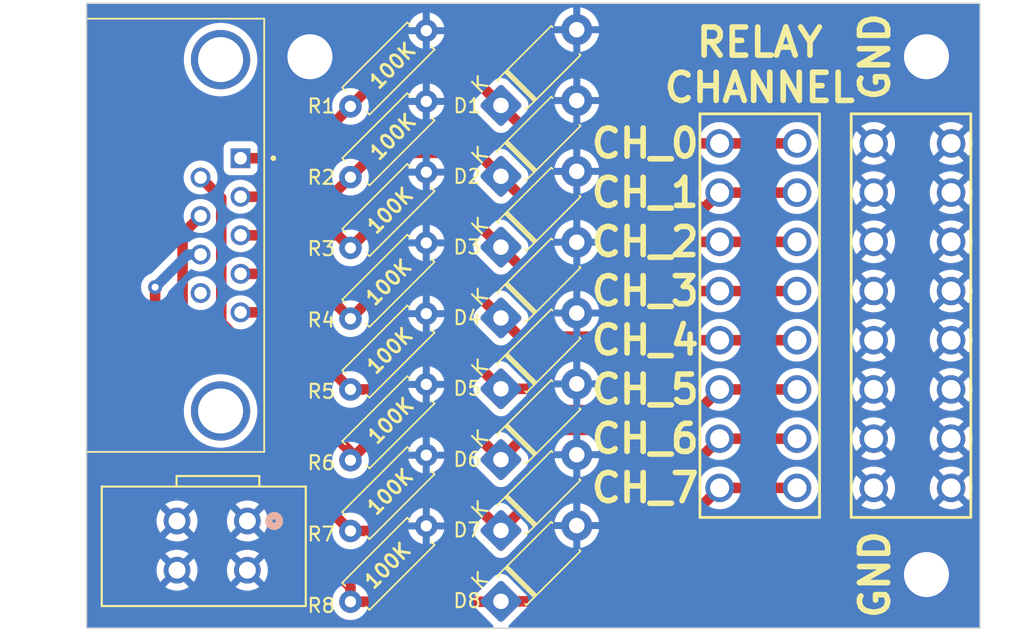
<source format=kicad_pcb>
(kicad_pcb (version 20241229) (generator "pcbnew") (generator_version "9.0")
  (layers (0 "F.Cu" signal) (2 "B.Cu" power) (13 "F.Paste" user) (15 "B.Paste" user) (5 "F.SilkS" user "F.Silkscreen") (7 "B.SilkS" user "B.Silkscreen") (1 "F.Mask" user) (3 "B.Mask" user) (25 "Edge.Cuts" user))
  (net 0 "")
  (net 2 "GND")
  (net 3 "CH_0b")
  (net 4 "CH_4b")
  (net 5 "CH_5b")
  (net 6 "CH_7b")
  (net 7 "CH_2b")
  (net 8 "CH_6b")
  (net 9 "CH_1b")
  (net 10 "CH_3b")
  (footprint "Diode_THT:D_DO-41_SOD81_P7.62mm_Horizontal" (layer "F.Cu") (at 54.85 47.790319 45)
    (property "Reference" "D4" (at -1.686224 -1.707888 180) (layer "F.SilkS"))
    (property "Value" "1N4004")
    (fp_line (start 1.089999 -1.47) (end 6.53 -1.47) (stroke (width 0.12)) (layer "F.SilkS"))
    (fp_line (start 1.089999 -1.34) (end 1.089999 -1.47) (stroke (width 0.12)) (layer "F.SilkS"))
    (fp_line (start 1.87 -1.47) (end 1.87 1.47) (stroke (width 0.12)) (layer "F.SilkS"))
    (fp_line (start 1.99 -1.469999) (end 1.99 1.469999) (stroke (width 0.12)) (layer "F.SilkS"))
    (fp_line (start 2.11 -1.47) (end 2.11 1.47) (stroke (width 0.12)) (layer "F.SilkS"))
    (fp_line (start 1.089999 1.34) (end 1.089999 1.47) (stroke (width 0.12)) (layer "F.SilkS"))
    (fp_line (start 1.089999 1.47) (end 6.53 1.47) (stroke (width 0.12)) (layer "F.SilkS"))
    (fp_line (start 6.53 -1.47) (end 6.53 -1.34) (stroke (width 0.12)) (layer "F.SilkS"))
    (fp_line (start 6.53 1.47) (end 6.53 1.34) (stroke (width 0.12)) (layer "F.SilkS"))
    (fp_text user "K" (at 0 -2.1 45) (layer "F.SilkS"))
    (pad "1" thru_hole roundrect (at 0 0 45) (size 2.2 2.2) (drill 1.1) (layers "*.Cu" "*.Mask") (roundrect_rratio 0.113636) (net 10 "CH_3b"))
    (pad "2" thru_hole circle (at 7.62 0 45) (size 2.2 2.2) (drill 1.1) (layers "*.Cu" "*.Mask") (net 2 "GND"))
  )
  (footprint "Diode_THT:D_DO-41_SOD81_P7.62mm_Horizontal" (layer "F.Cu") (at 54.85 32.675 45)
    (property "Reference" "D1" (at -1.714734 -1.679379 180) (layer "F.SilkS"))
    (property "Value" "1N4004")
    (fp_line (start 1.089999 -1.47) (end 6.53 -1.47) (stroke (width 0.12)) (layer "F.SilkS"))
    (fp_line (start 1.089999 -1.34) (end 1.089999 -1.47) (stroke (width 0.12)) (layer "F.SilkS"))
    (fp_line (start 1.87 -1.47) (end 1.87 1.47) (stroke (width 0.12)) (layer "F.SilkS"))
    (fp_line (start 1.99 -1.469999) (end 1.99 1.469999) (stroke (width 0.12)) (layer "F.SilkS"))
    (fp_line (start 2.11 -1.47) (end 2.11 1.47) (stroke (width 0.12)) (layer "F.SilkS"))
    (fp_line (start 1.089999 1.34) (end 1.089999 1.47) (stroke (width 0.12)) (layer "F.SilkS"))
    (fp_line (start 1.089999 1.47) (end 6.53 1.47) (stroke (width 0.12)) (layer "F.SilkS"))
    (fp_line (start 6.53 -1.47) (end 6.53 -1.34) (stroke (width 0.12)) (layer "F.SilkS"))
    (fp_line (start 6.53 1.47) (end 6.53 1.34) (stroke (width 0.12)) (layer "F.SilkS"))
    (fp_text user "K" (at 0 -2.1 45) (layer "F.SilkS"))
    (pad "1" thru_hole roundrect (at 0 0 45) (size 2.2 2.2) (drill 1.1) (layers "*.Cu" "*.Mask") (roundrect_rratio 0.113636) (net 3 "CH_0b"))
    (pad "2" thru_hole circle (at 7.62 0 45) (size 2.2 2.2) (drill 1.1) (layers "*.Cu" "*.Mask") (net 2 "GND"))
  )
  (footprint "2601_1102:CONN2_2601-1102_WAG" (layer "F.Cu") (at 36.83 62.23 -90)
    (property "Reference" "J2" (hide yes))
    (property "Value" "GND PINS")
    (fp_line (start -2.45 10.349999) (end 6.050001 10.349999) (stroke (width 0.1524)) (layer "F.SilkS"))
    (fp_line (start -2.45 10.349999) (end -2.45 -4.149999) (stroke (width 0.1524)) (layer "F.SilkS"))
    (fp_line (start -3.2 5.034001) (end -3.2 -0.849998) (stroke (width 0.1524)) (layer "F.SilkS"))
    (fp_line (start -2.449999 5.034001) (end -3.2 5.034001) (stroke (width 0.1524)) (layer "F.SilkS"))
    (fp_line (start -2.449999 -0.849998) (end -3.2 -0.849998) (stroke (width 0.1524)) (layer "F.SilkS"))
    (fp_line (start 6.05 -4.149998) (end 6.050001 10.349999) (stroke (width 0.1524)) (layer "F.SilkS"))
    (fp_line (start -2.45 -4.149999) (end 6.05 -4.149998) (stroke (width 0.1524)) (layer "F.SilkS"))
    (fp_circle (center 0 -1.9) (end 0.381 -1.9) (stroke (width 0.508)) (fill no) (layer "F.SilkS"))
    (fp_circle (center 0 -1.9) (end 0.381 -1.9) (stroke (width 0.508)) (fill no) (layer "B.SilkS"))
    (pad "1" thru_hole circle (at 0 0 270) (size 1.9 1.9) (drill 1.2) (layers "*.Cu" "*.Mask") (net 2 "GND"))
    (pad "2" thru_hole circle (at 0 5 270) (size 1.9 1.9) (drill 1.2) (layers "*.Cu" "*.Mask") (net 2 "GND"))
    (pad "3" thru_hole circle (at 3.5 0 270) (size 1.9 1.9) (drill 1.2) (layers "*.Cu" "*.Mask") (net 2 "GND"))
    (pad "4" thru_hole circle (at 3.5 5 270) (size 1.9 1.9) (drill 1.2) (layers "*.Cu" "*.Mask") (net 2 "GND"))
  )
  (footprint "MountingHole:MountingHole_3.2mm_M3_DIN965" (layer "F.Cu") (at 41.275 29.21)
    (property "Reference" "H1" (hide yes))
    (property "Value" "MountingHole_Pad")
    (pad "" np_thru_hole circle (at 0 0) (size 3.2 3.2) (drill 3.2) (layers "*.Cu" "*.Mask"))
  )
  (footprint "Diode_THT:D_DO-41_SOD81_P7.62mm_Horizontal" (layer "F.Cu") (at 54.85 42.751879 45)
    (property "Reference" "D3" (at -1.695728 -1.698385 180) (layer "F.SilkS"))
    (property "Value" "1N4004")
    (fp_line (start 1.089999 -1.47) (end 6.53 -1.47) (stroke (width 0.12)) (layer "F.SilkS"))
    (fp_line (start 1.089999 -1.34) (end 1.089999 -1.47) (stroke (width 0.12)) (layer "F.SilkS"))
    (fp_line (start 1.87 -1.47) (end 1.87 1.47) (stroke (width 0.12)) (layer "F.SilkS"))
    (fp_line (start 1.99 -1.469999) (end 1.99 1.469999) (stroke (width 0.12)) (layer "F.SilkS"))
    (fp_line (start 2.11 -1.47) (end 2.11 1.47) (stroke (width 0.12)) (layer "F.SilkS"))
    (fp_line (start 1.089999 1.34) (end 1.089999 1.47) (stroke (width 0.12)) (layer "F.SilkS"))
    (fp_line (start 1.089999 1.47) (end 6.53 1.47) (stroke (width 0.12)) (layer "F.SilkS"))
    (fp_line (start 6.53 -1.47) (end 6.53 -1.34) (stroke (width 0.12)) (layer "F.SilkS"))
    (fp_line (start 6.53 1.47) (end 6.53 1.34) (stroke (width 0.12)) (layer "F.SilkS"))
    (fp_text user "K" (at 0 -2.1 45) (layer "F.SilkS"))
    (pad "1" thru_hole roundrect (at 0 0 45) (size 2.2 2.2) (drill 1.1) (layers "*.Cu" "*.Mask") (roundrect_rratio 0.113636) (net 7 "CH_2b"))
    (pad "2" thru_hole circle (at 7.62 0 45) (size 2.2 2.2) (drill 1.1) (layers "*.Cu" "*.Mask") (net 2 "GND"))
  )
  (footprint "Diode_THT:D_DO-41_SOD81_P7.62mm_Horizontal" (layer "F.Cu") (at 54.85 52.828758 45)
    (property "Reference" "D5" (at -1.676721 -1.717391 180) (layer "F.SilkS"))
    (property "Value" "1N4004")
    (fp_line (start 1.089999 -1.47) (end 6.53 -1.47) (stroke (width 0.12)) (layer "F.SilkS"))
    (fp_line (start 1.089999 -1.34) (end 1.089999 -1.47) (stroke (width 0.12)) (layer "F.SilkS"))
    (fp_line (start 1.87 -1.47) (end 1.87 1.47) (stroke (width 0.12)) (layer "F.SilkS"))
    (fp_line (start 1.99 -1.469999) (end 1.99 1.469999) (stroke (width 0.12)) (layer "F.SilkS"))
    (fp_line (start 2.11 -1.47) (end 2.11 1.47) (stroke (width 0.12)) (layer "F.SilkS"))
    (fp_line (start 1.089999 1.34) (end 1.089999 1.47) (stroke (width 0.12)) (layer "F.SilkS"))
    (fp_line (start 1.089999 1.47) (end 6.53 1.47) (stroke (width 0.12)) (layer "F.SilkS"))
    (fp_line (start 6.53 -1.47) (end 6.53 -1.34) (stroke (width 0.12)) (layer "F.SilkS"))
    (fp_line (start 6.53 1.47) (end 6.53 1.34) (stroke (width 0.12)) (layer "F.SilkS"))
    (fp_text user "K" (at 0 -2.1 45) (layer "F.SilkS"))
    (pad "1" thru_hole roundrect (at 0 0 45) (size 2.2 2.2) (drill 1.1) (layers "*.Cu" "*.Mask") (roundrect_rratio 0.113636) (net 4 "CH_4b"))
    (pad "2" thru_hole circle (at 7.62 0 45) (size 2.2 2.2) (drill 1.1) (layers "*.Cu" "*.Mask") (net 2 "GND"))
  )
  (footprint "Resistor_THT:R_Axial_DIN0207_L6.3mm_D2.5mm_P7.62mm_Horizontal" (layer "F.Cu") (at 44.155923 67.969077 45)
    (property "Reference" "R8" (at -1.661701 -1.272792 180) (layer "F.SilkS"))
    (property "Value" "100K")
    (fp_line (start 0.54 -1.37) (end 7.08 -1.37) (stroke (width 0.12)) (layer "F.SilkS"))
    (fp_line (start 0.54 -1.04) (end 0.54 -1.37) (stroke (width 0.12)) (layer "F.SilkS"))
    (fp_line (start 0.54 1.04) (end 0.54 1.37) (stroke (width 0.12)) (layer "F.SilkS"))
    (fp_line (start 0.54 1.37) (end 7.08 1.37) (stroke (width 0.12)) (layer "F.SilkS"))
    (fp_line (start 7.08 -1.37) (end 7.08 -1.04) (stroke (width 0.12)) (layer "F.SilkS"))
    (fp_line (start 7.08 1.37) (end 7.08 1.04) (stroke (width 0.12)) (layer "F.SilkS"))
    (pad "1" thru_hole circle (at 0 0 45) (size 1.6 1.6) (drill 0.8) (layers "*.Cu" "*.Mask") (net 6 "CH_7b"))
    (pad "2" thru_hole circle (at 7.62 0 45) (size 1.6 1.6) (drill 0.8) (layers "*.Cu" "*.Mask") (net 2 "GND"))
  )
  (footprint "TBLH10V-350-08BK:RHDR16W80P550X350_2X8_2870X850X1420P" (layer "F.Cu") (at 72.39 47.625 -90)
    (property "Reference" "J3" (hide yes))
    (property "Value" "TBLH10V-350-08BK" (hide yes))
    (fp_line (start -14.35 3.4) (end 14.35 3.4) (stroke (width 0.2)) (layer "F.SilkS"))
    (fp_line (start 14.35 3.4) (end 14.35 -5.100001) (stroke (width 0.2)) (layer "F.SilkS"))
    (fp_line (start -14.35 -5.1) (end -14.35 3.4) (stroke (width 0.2)) (layer "F.SilkS"))
    (fp_line (start 14.35 -5.100001) (end -14.35 -5.1) (stroke (width 0.2)) (layer "F.SilkS"))
    (pad "1" thru_hole circle (at -12.250001 2 270) (size 2.025 2.025) (drill 1.35) (layers "*.Cu" "*.Mask") (net 3 "CH_0b"))
    (pad "2" thru_hole circle (at -12.25 -3.5 270) (size 2.025 2.025) (drill 1.35) (layers "*.Cu" "*.Mask") (net 3 "CH_0b"))
    (pad "3" thru_hole circle (at -8.75 2 270) (size 2.025 2.025) (drill 1.35) (layers "*.Cu" "*.Mask") (net 9 "CH_1b"))
    (pad "4" thru_hole circle (at -8.75 -3.5 270) (size 2.025 2.025) (drill 1.35) (layers "*.Cu" "*.Mask") (net 9 "CH_1b"))
    (pad "5" thru_hole circle (at -5.250001 2 270) (size 2.025 2.025) (drill 1.35) (layers "*.Cu" "*.Mask") (net 7 "CH_2b"))
    (pad "6" thru_hole circle (at -5.25 -3.5 270) (size 2.025 2.025) (drill 1.35) (layers "*.Cu" "*.Mask") (net 7 "CH_2b"))
    (pad "7" thru_hole circle (at -1.749999 2 270) (size 2.025 2.025) (drill 1.35) (layers "*.Cu" "*.Mask") (net 10 "CH_3b"))
    (pad "8" thru_hole circle (at -1.75 -3.5 270) (size 2.025 2.025) (drill 1.35) (layers "*.Cu" "*.Mask") (net 10 "CH_3b"))
    (pad "9" thru_hole circle (at 1.749999 2 270) (size 2.025 2.025) (drill 1.35) (layers "*.Cu" "*.Mask") (net 4 "CH_4b"))
    (pad "10" thru_hole circle (at 1.75 -3.5 270) (size 2.025 2.025) (drill 1.35) (layers "*.Cu" "*.Mask") (net 4 "CH_4b"))
    (pad "11" thru_hole circle (at 5.25 2 270) (size 2.025 2.025) (drill 1.35) (layers "*.Cu" "*.Mask") (net 5 "CH_5b"))
    (pad "12" thru_hole circle (at 5.25 -3.5 270) (size 2.025 2.025) (drill 1.35) (layers "*.Cu" "*.Mask") (net 5 "CH_5b"))
    (pad "13" thru_hole circle (at 8.749999 2 270) (size 2.025 2.025) (drill 1.35) (layers "*.Cu" "*.Mask") (net 8 "CH_6b"))
    (pad "14" thru_hole circle (at 8.75 -3.5 270) (size 2.025 2.025) (drill 1.35) (layers "*.Cu" "*.Mask") (net 8 "CH_6b"))
    (pad "15" thru_hole circle (at 12.250001 2 270) (size 2.025 2.025) (drill 1.35) (layers "*.Cu" "*.Mask") (net 6 "CH_7b"))
    (pad "16" thru_hole circle (at 12.25 -3.5 270) (size 2.025 2.025) (drill 1.35) (layers "*.Cu" "*.Mask") (net 6 "CH_7b"))
  )
  (footprint "LD09P33E4GV00LF:AMPHENOL_LD09P33E4GV00LF" (layer "F.Cu") (at 34.925 41.91 -90)
    (property "Reference" "J1" (hide yes))
    (property "Value" "LD09P33E4GV00LF")
    (fp_line (start -15.405 9.499999) (end -15.405 -3.1) (stroke (width 0.127)) (layer "F.SilkS"))
    (fp_line (start 15.405 9.499999) (end 15.405 -3.1) (stroke (width 0.127)) (layer "F.SilkS"))
    (fp_line (start -15.405 -3.1) (end 15.405 -3.1) (stroke (width 0.127)) (layer "F.SilkS"))
    (fp_circle (center -5.48 -3.75) (end -5.38 -3.75) (stroke (width 0.2)) (fill no) (layer "F.SilkS"))
    (pad "1" thru_hole rect (at -5.48 -1.42 270) (size 1.408 1.408) (drill 0.9) (layers "*.Cu" "*.Mask") (net 3 "CH_0b"))
    (pad "2" thru_hole circle (at -2.74 -1.42 270) (size 1.408 1.408) (drill 0.9) (layers "*.Cu" "*.Mask") (net 9 "CH_1b"))
    (pad "3" thru_hole circle (at 0 -1.420001 270) (size 1.408 1.408) (drill 0.9) (layers "*.Cu" "*.Mask") (net 7 "CH_2b"))
    (pad "4" thru_hole circle (at 2.74 -1.42 270) (size 1.408 1.408) (drill 0.9) (layers "*.Cu" "*.Mask") (net 10 "CH_3b"))
    (pad "5" thru_hole circle (at 5.48 -1.42 270) (size 1.408 1.408) (drill 0.9) (layers "*.Cu" "*.Mask") (net 4 "CH_4b"))
    (pad "6" thru_hole circle (at -4.109999 1.42 270) (size 1.408 1.408) (drill 0.9) (layers "*.Cu" "*.Mask") (net 5 "CH_5b"))
    (pad "7" thru_hole circle (at -1.37 1.42 270) (size 1.408 1.408) (drill 0.9) (layers "*.Cu" "*.Mask") (net 8 "CH_6b"))
    (pad "8" thru_hole circle (at 1.37 1.42 270) (size 1.408 1.408) (drill 0.9) (layers "*.Cu" "*.Mask") (net 6 "CH_7b"))
    (pad "9" thru_hole circle (at 4.109999 1.42 270) (size 1.408 1.408) (drill 0.9) (layers "*.Cu" "*.Mask"))
    (pad "SH1" thru_hole circle (at -12.495 0 270) (size 4.216 4.216) (drill 3.2) (layers "*.Cu" "*.Mask"))
    (pad "SH2" thru_hole circle (at 12.495 0 270) (size 4.216 4.216) (drill 3.2) (layers "*.Cu" "*.Mask"))
  )
  (footprint "Resistor_THT:R_Axial_DIN0207_L6.3mm_D2.5mm_P7.62mm_Horizontal" (layer "F.Cu") (at 44.155923 62.936934 45)
    (property "Reference" "R7" (at -1.631396 -1.303097 180) (layer "F.SilkS"))
    (property "Value" "100K")
    (fp_line (start 0.54 -1.37) (end 7.08 -1.37) (stroke (width 0.12)) (layer "F.SilkS"))
    (fp_line (start 0.54 -1.04) (end 0.54 -1.37) (stroke (width 0.12)) (layer "F.SilkS"))
    (fp_line (start 0.54 1.04) (end 0.54 1.37) (stroke (width 0.12)) (layer "F.SilkS"))
    (fp_line (start 0.54 1.37) (end 7.08 1.37) (stroke (width 0.12)) (layer "F.SilkS"))
    (fp_line (start 7.08 -1.37) (end 7.08 -1.04) (stroke (width 0.12)) (layer "F.SilkS"))
    (fp_line (start 7.08 1.37) (end 7.08 1.04) (stroke (width 0.12)) (layer "F.SilkS"))
    (pad "1" thru_hole circle (at 0 0 45) (size 1.6 1.6) (drill 0.8) (layers "*.Cu" "*.Mask") (net 8 "CH_6b"))
    (pad "2" thru_hole circle (at 7.62 0 45) (size 1.6 1.6) (drill 0.8) (layers "*.Cu" "*.Mask") (net 2 "GND"))
  )
  (footprint "Resistor_THT:R_Axial_DIN0207_L6.3mm_D2.5mm_P7.62mm_Horizontal" (layer "F.Cu") (at 44.155923 37.77622 45)
    (property "Reference" "R2" (at -1.479873 -1.45462 180) (layer "F.SilkS"))
    (property "Value" "100K")
    (fp_line (start 0.54 -1.37) (end 7.08 -1.37) (stroke (width 0.12)) (layer "F.SilkS"))
    (fp_line (start 0.54 -1.04) (end 0.54 -1.37) (stroke (width 0.12)) (layer "F.SilkS"))
    (fp_line (start 0.54 1.04) (end 0.54 1.37) (stroke (width 0.12)) (layer "F.SilkS"))
    (fp_line (start 0.54 1.37) (end 7.08 1.37) (stroke (width 0.12)) (layer "F.SilkS"))
    (fp_line (start 7.08 -1.37) (end 7.08 -1.04) (stroke (width 0.12)) (layer "F.SilkS"))
    (fp_line (start 7.08 1.37) (end 7.08 1.04) (stroke (width 0.12)) (layer "F.SilkS"))
    (pad "1" thru_hole circle (at 0 0 45) (size 1.6 1.6) (drill 0.8) (layers "*.Cu" "*.Mask") (net 9 "CH_1b"))
    (pad "2" thru_hole circle (at 7.62 0 45) (size 1.6 1.6) (drill 0.8) (layers "*.Cu" "*.Mask") (net 2 "GND"))
  )
  (footprint "Resistor_THT:R_Axial_DIN0207_L6.3mm_D2.5mm_P7.62mm_Horizontal" (layer "F.Cu") (at 44.155923 47.840506 45)
    (property "Reference" "R4" (at -1.540482 -1.394011 180) (layer "F.SilkS"))
    (property "Value" "100K")
    (fp_line (start 0.54 -1.37) (end 7.08 -1.37) (stroke (width 0.12)) (layer "F.SilkS"))
    (fp_line (start 0.54 -1.04) (end 0.54 -1.37) (stroke (width 0.12)) (layer "F.SilkS"))
    (fp_line (start 0.54 1.04) (end 0.54 1.37) (stroke (width 0.12)) (layer "F.SilkS"))
    (fp_line (start 0.54 1.37) (end 7.08 1.37) (stroke (width 0.12)) (layer "F.SilkS"))
    (fp_line (start 7.08 -1.37) (end 7.08 -1.04) (stroke (width 0.12)) (layer "F.SilkS"))
    (fp_line (start 7.08 1.37) (end 7.08 1.04) (stroke (width 0.12)) (layer "F.SilkS"))
    (pad "1" thru_hole circle (at 0 0 45) (size 1.6 1.6) (drill 0.8) (layers "*.Cu" "*.Mask") (net 10 "CH_3b"))
    (pad "2" thru_hole circle (at 7.62 0 45) (size 1.6 1.6) (drill 0.8) (layers "*.Cu" "*.Mask") (net 2 "GND"))
  )
  (footprint "Resistor_THT:R_Axial_DIN0207_L6.3mm_D2.5mm_P7.62mm_Horizontal" (layer "F.Cu") (at 44.155923 52.872648 45)
    (property "Reference" "R5" (at -1.570788 -1.363706 180) (layer "F.SilkS"))
    (property "Value" "100K")
    (fp_line (start 0.54 -1.37) (end 7.08 -1.37) (stroke (width 0.12)) (layer "F.SilkS"))
    (fp_line (start 0.54 -1.04) (end 0.54 -1.37) (stroke (width 0.12)) (layer "F.SilkS"))
    (fp_line (start 0.54 1.04) (end 0.54 1.37) (stroke (width 0.12)) (layer "F.SilkS"))
    (fp_line (start 0.54 1.37) (end 7.08 1.37) (stroke (width 0.12)) (layer "F.SilkS"))
    (fp_line (start 7.08 -1.37) (end 7.08 -1.04) (stroke (width 0.12)) (layer "F.SilkS"))
    (fp_line (start 7.08 1.37) (end 7.08 1.04) (stroke (width 0.12)) (layer "F.SilkS"))
    (pad "1" thru_hole circle (at 0 0 45) (size 1.6 1.6) (drill 0.8) (layers "*.Cu" "*.Mask") (net 4 "CH_4b"))
    (pad "2" thru_hole circle (at 7.62 0 45) (size 1.6 1.6) (drill 0.8) (layers "*.Cu" "*.Mask") (net 2 "GND"))
  )
  (footprint "MountingHole:MountingHole_3.2mm_M3_DIN965" (layer "F.Cu") (at 85.09 29.21)
    (property "Reference" "H2" (hide yes))
    (property "Value" "MountingHole_Pad")
    (pad "" np_thru_hole circle (at 0 0) (size 3.2 3.2) (drill 3.2) (layers "*.Cu" "*.Mask"))
  )
  (footprint "Diode_THT:D_DO-41_SOD81_P7.62mm_Horizontal" (layer "F.Cu") (at 54.85 37.71344 45)
    (property "Reference" "D2" (at -1.70523 -1.688882 180) (layer "F.SilkS"))
    (property "Value" "1N4004")
    (fp_line (start 1.089999 -1.47) (end 6.53 -1.47) (stroke (width 0.12)) (layer "F.SilkS"))
    (fp_line (start 1.089999 -1.34) (end 1.089999 -1.47) (stroke (width 0.12)) (layer "F.SilkS"))
    (fp_line (start 1.87 -1.47) (end 1.87 1.47) (stroke (width 0.12)) (layer "F.SilkS"))
    (fp_line (start 1.99 -1.469999) (end 1.99 1.469999) (stroke (width 0.12)) (layer "F.SilkS"))
    (fp_line (start 2.11 -1.47) (end 2.11 1.47) (stroke (width 0.12)) (layer "F.SilkS"))
    (fp_line (start 1.089999 1.34) (end 1.089999 1.47) (stroke (width 0.12)) (layer "F.SilkS"))
    (fp_line (start 1.089999 1.47) (end 6.53 1.47) (stroke (width 0.12)) (layer "F.SilkS"))
    (fp_line (start 6.53 -1.47) (end 6.53 -1.34) (stroke (width 0.12)) (layer "F.SilkS"))
    (fp_line (start 6.53 1.47) (end 6.53 1.34) (stroke (width 0.12)) (layer "F.SilkS"))
    (fp_text user "K" (at 0 -2.1 45) (layer "F.SilkS"))
    (pad "1" thru_hole roundrect (at 0 0 45) (size 2.2 2.2) (drill 1.1) (layers "*.Cu" "*.Mask") (roundrect_rratio 0.113636) (net 9 "CH_1b"))
    (pad "2" thru_hole circle (at 7.62 0 45) (size 2.2 2.2) (drill 1.1) (layers "*.Cu" "*.Mask") (net 2 "GND"))
  )
  (footprint "Resistor_THT:R_Axial_DIN0207_L6.3mm_D2.5mm_P7.62mm_Horizontal" (layer "F.Cu") (at 44.155923 32.744077 45)
    (property "Reference" "R1" (at -1.449569 -1.484924 180) (layer "F.SilkS"))
    (property "Value" "100K")
    (fp_line (start 0.54 -1.37) (end 7.08 -1.37) (stroke (width 0.12)) (layer "F.SilkS"))
    (fp_line (start 0.54 -1.04) (end 0.54 -1.37) (stroke (width 0.12)) (layer "F.SilkS"))
    (fp_line (start 0.54 1.04) (end 0.54 1.37) (stroke (width 0.12)) (layer "F.SilkS"))
    (fp_line (start 0.54 1.37) (end 7.08 1.37) (stroke (width 0.12)) (layer "F.SilkS"))
    (fp_line (start 7.08 -1.37) (end 7.08 -1.04) (stroke (width 0.12)) (layer "F.SilkS"))
    (fp_line (start 7.08 1.37) (end 7.08 1.04) (stroke (width 0.12)) (layer "F.SilkS"))
    (pad "1" thru_hole circle (at 0 0 45) (size 1.6 1.6) (drill 0.8) (layers "*.Cu" "*.Mask") (net 3 "CH_0b"))
    (pad "2" thru_hole circle (at 7.62 0 45) (size 1.6 1.6) (drill 0.8) (layers "*.Cu" "*.Mask") (net 2 "GND"))
  )
  (footprint "Resistor_THT:R_Axial_DIN0207_L6.3mm_D2.5mm_P7.62mm_Horizontal" (layer "F.Cu") (at 44.155923 57.904791 45)
    (property "Reference" "R6" (at -1.601092 -1.333401 180) (layer "F.SilkS"))
    (property "Value" "100K")
    (fp_line (start 0.54 -1.37) (end 7.08 -1.37) (stroke (width 0.12)) (layer "F.SilkS"))
    (fp_line (start 0.54 -1.04) (end 0.54 -1.37) (stroke (width 0.12)) (layer "F.SilkS"))
    (fp_line (start 0.54 1.04) (end 0.54 1.37) (stroke (width 0.12)) (layer "F.SilkS"))
    (fp_line (start 0.54 1.37) (end 7.08 1.37) (stroke (width 0.12)) (layer "F.SilkS"))
    (fp_line (start 7.08 -1.37) (end 7.08 -1.04) (stroke (width 0.12)) (layer "F.SilkS"))
    (fp_line (start 7.08 1.37) (end 7.08 1.04) (stroke (width 0.12)) (layer "F.SilkS"))
    (pad "1" thru_hole circle (at 0 0 45) (size 1.6 1.6) (drill 0.8) (layers "*.Cu" "*.Mask") (net 5 "CH_5b"))
    (pad "2" thru_hole circle (at 7.62 0 45) (size 1.6 1.6) (drill 0.8) (layers "*.Cu" "*.Mask") (net 2 "GND"))
  )
  (footprint "TBLH10V-350-08BK:RHDR16W80P550X350_2X8_2870X850X1420P" (layer "F.Cu") (at 85.09 47.625 90)
    (property "Reference" "J4" (hide yes))
    (property "Value" "TBLH10V-350-08BK" (hide yes))
    (fp_line (start 14.35 -5.350001) (end -14.35 -5.35) (stroke (width 0.2)) (layer "F.SilkS"))
    (fp_line (start -14.35 -5.35) (end -14.35 3.15) (stroke (width 0.2)) (layer "F.SilkS"))
    (fp_line (start 14.35 3.15) (end 14.35 -5.350001) (stroke (width 0.2)) (layer "F.SilkS"))
    (fp_line (start -14.35 3.15) (end 14.35 3.15) (stroke (width 0.2)) (layer "F.SilkS"))
    (pad "1" thru_hole circle (at -12.25 1.75 90) (size 2.025 2.025) (drill 1.35) (layers "*.Cu" "*.Mask") (net 2 "GND"))
    (pad "2" thru_hole circle (at -12.25 -3.75 90) (size 2.025 2.025) (drill 1.35) (layers "*.Cu" "*.Mask") (net 2 "GND"))
    (pad "3" thru_hole circle (at -8.75 1.75 90) (size 2.025 2.025) (drill 1.35) (layers "*.Cu" "*.Mask") (net 2 "GND"))
    (pad "4" thru_hole circle (at -8.75 -3.75 90) (size 2.025 2.025) (drill 1.35) (layers "*.Cu" "*.Mask") (net 2 "GND"))
    (pad "5" thru_hole circle (at -5.250001 1.75 90) (size 2.025 2.025) (drill 1.35) (layers "*.Cu" "*.Mask") (net 2 "GND"))
    (pad "6" thru_hole circle (at -5.25 -3.75 90) (size 2.025 2.025) (drill 1.35) (layers "*.Cu" "*.Mask") (net 2 "GND"))
    (pad "7" thru_hole circle (at -1.75 1.75 90) (size 2.025 2.025) (drill 1.35) (layers "*.Cu" "*.Mask") (net 2 "GND"))
    (pad "8" thru_hole circle (at -1.75 -3.75 90) (size 2.025 2.025) (drill 1.35) (layers "*.Cu" "*.Mask") (net 2 "GND"))
    (pad "9" thru_hole circle (at 1.75 1.75 90) (size 2.025 2.025) (drill 1.35) (layers "*.Cu" "*.Mask") (net 2 "GND"))
    (pad "10" thru_hole circle (at 1.75 -3.75 90) (size 2.025 2.025) (drill 1.35) (layers "*.Cu" "*.Mask") (net 2 "GND"))
    (pad "11" thru_hole circle (at 5.25 1.75 90) (size 2.025 2.025) (drill 1.35) (layers "*.Cu" "*.Mask") (net 2 "GND"))
    (pad "12" thru_hole circle (at 5.25 -3.75 90) (size 2.025 2.025) (drill 1.35) (layers "*.Cu" "*.Mask") (net 2 "GND"))
    (pad "13" thru_hole circle (at 8.749999 1.75 90) (size 2.025 2.025) (drill 1.35) (layers "*.Cu" "*.Mask") (net 2 "GND"))
    (pad "14" thru_hole circle (at 8.75 -3.75 90) (size 2.025 2.025) (drill 1.35) (layers "*.Cu" "*.Mask") (net 2 "GND"))
    (pad "15" thru_hole circle (at 12.25 1.75 90) (size 2.025 2.025) (drill 1.35) (layers "*.Cu" "*.Mask") (net 2 "GND"))
    (pad "16" thru_hole circle (at 12.25 -3.75 90) (size 2.025 2.025) (drill 1.35) (layers "*.Cu" "*.Mask") (net 2 "GND"))
  )
  (footprint "MountingHole:MountingHole_3.2mm_M3_DIN965" (layer "F.Cu") (at 85.09 66.04)
    (property "Reference" "H3" (hide yes))
    (property "Value" "MountingHole_Pad")
    (pad "" np_thru_hole circle (at 0 0) (size 3.2 3.2) (drill 3.2) (layers "*.Cu" "*.Mask"))
  )
  (footprint "Diode_THT:D_DO-41_SOD81_P7.62mm_Horizontal" (layer "F.Cu") (at 54.85 57.867198 45)
    (property "Reference" "D6" (at -1.684895 -1.709217 180) (layer "F.SilkS"))
    (property "Value" "1N4004")
    (fp_line (start 1.089999 -1.47) (end 6.53 -1.47) (stroke (width 0.12)) (layer "F.SilkS"))
    (fp_line (start 1.089999 -1.34) (end 1.089999 -1.47) (stroke (width 0.12)) (layer "F.SilkS"))
    (fp_line (start 1.87 -1.47) (end 1.87 1.47) (stroke (width 0.12)) (layer "F.SilkS"))
    (fp_line (start 1.99 -1.469999) (end 1.99 1.469999) (stroke (width 0.12)) (layer "F.SilkS"))
    (fp_line (start 2.11 -1.47) (end 2.11 1.47) (stroke (width 0.12)) (layer "F.SilkS"))
    (fp_line (start 1.089999 1.34) (end 1.089999 1.47) (stroke (width 0.12)) (layer "F.SilkS"))
    (fp_line (start 1.089999 1.47) (end 6.53 1.47) (stroke (width 0.12)) (layer "F.SilkS"))
    (fp_line (start 6.53 -1.47) (end 6.53 -1.34) (stroke (width 0.12)) (layer "F.SilkS"))
    (fp_line (start 6.53 1.47) (end 6.53 1.34) (stroke (width 0.12)) (layer "F.SilkS"))
    (fp_text user "K" (at 0 -2.1 45) (layer "F.SilkS"))
    (pad "1" thru_hole roundrect (at 0 0 45) (size 2.2 2.2) (drill 1.1) (layers "*.Cu" "*.Mask") (roundrect_rratio 0.113636) (net 5 "CH_5b"))
    (pad "2" thru_hole circle (at 7.62 0 45) (size 2.2 2.2) (drill 1.1) (layers "*.Cu" "*.Mask") (net 2 "GND"))
  )
  (footprint "Diode_THT:D_DO-41_SOD81_P7.62mm_Horizontal" (layer "F.Cu") (at 54.85 62.905637 45)
    (property "Reference" "D7" (at -1.675393 -1.71872 180) (layer "F.SilkS"))
    (property "Value" "1N4004")
    (fp_line (start 1.089999 -1.47) (end 6.53 -1.47) (stroke (width 0.12)) (layer "F.SilkS"))
    (fp_line (start 1.089999 -1.34) (end 1.089999 -1.47) (stroke (width 0.12)) (layer "F.SilkS"))
    (fp_line (start 1.87 -1.47) (end 1.87 1.47) (stroke (width 0.12)) (layer "F.SilkS"))
    (fp_line (start 1.99 -1.469999) (end 1.99 1.469999) (stroke (width 0.12)) (layer "F.SilkS"))
    (fp_line (start 2.11 -1.47) (end 2.11 1.47) (stroke (width 0.12)) (layer "F.SilkS"))
    (fp_line (start 1.089999 1.34) (end 1.089999 1.47) (stroke (width 0.12)) (layer "F.SilkS"))
    (fp_line (start 1.089999 1.47) (end 6.53 1.47) (stroke (width 0.12)) (layer "F.SilkS"))
    (fp_line (start 6.53 -1.47) (end 6.53 -1.34) (stroke (width 0.12)) (layer "F.SilkS"))
    (fp_line (start 6.53 1.47) (end 6.53 1.34) (stroke (width 0.12)) (layer "F.SilkS"))
    (fp_text user "K" (at 0 -2.1 45) (layer "F.SilkS"))
    (pad "1" thru_hole roundrect (at 0 0 45) (size 2.2 2.2) (drill 1.1) (layers "*.Cu" "*.Mask") (roundrect_rratio 0.113636) (net 8 "CH_6b"))
    (pad "2" thru_hole circle (at 7.62 0 45) (size 2.2 2.2) (drill 1.1) (layers "*.Cu" "*.Mask") (net 2 "GND"))
  )
  (footprint "Resistor_THT:R_Axial_DIN0207_L6.3mm_D2.5mm_P7.62mm_Horizontal" (layer "F.Cu") (at 44.155923 42.808363 45)
    (property "Reference" "R3" (at -1.510178 -1.424315 180) (layer "F.SilkS"))
    (property "Value" "100K")
    (fp_line (start 0.54 -1.37) (end 7.08 -1.37) (stroke (width 0.12)) (layer "F.SilkS"))
    (fp_line (start 0.54 -1.04) (end 0.54 -1.37) (stroke (width 0.12)) (layer "F.SilkS"))
    (fp_line (start 0.54 1.04) (end 0.54 1.37) (stroke (width 0.12)) (layer "F.SilkS"))
    (fp_line (start 0.54 1.37) (end 7.08 1.37) (stroke (width 0.12)) (layer "F.SilkS"))
    (fp_line (start 7.08 -1.37) (end 7.08 -1.04) (stroke (width 0.12)) (layer "F.SilkS"))
    (fp_line (start 7.08 1.37) (end 7.08 1.04) (stroke (width 0.12)) (layer "F.SilkS"))
    (pad "1" thru_hole circle (at 0 0 45) (size 1.6 1.6) (drill 0.8) (layers "*.Cu" "*.Mask") (net 7 "CH_2b"))
    (pad "2" thru_hole circle (at 7.62 0 45) (size 1.6 1.6) (drill 0.8) (layers "*.Cu" "*.Mask") (net 2 "GND"))
  )
  (footprint "Diode_THT:D_DO-41_SOD81_P7.62mm_Horizontal" (layer "F.Cu") (at 54.85 67.944077 45)
    (property "Reference" "D8" (at -1.665889 -1.728223 0) (layer "F.SilkS"))
    (property "Value" "1N4004")
    (fp_line (start 1.089999 -1.47) (end 6.53 -1.47) (stroke (width 0.12)) (layer "F.SilkS"))
    (fp_line (start 1.089999 -1.34) (end 1.089999 -1.47) (stroke (width 0.12)) (layer "F.SilkS"))
    (fp_line (start 1.87 -1.47) (end 1.87 1.47) (stroke (width 0.12)) (layer "F.SilkS"))
    (fp_line (start 1.99 -1.469999) (end 1.99 1.469999) (stroke (width 0.12)) (layer "F.SilkS"))
    (fp_line (start 2.11 -1.47) (end 2.11 1.47) (stroke (width 0.12)) (layer "F.SilkS"))
    (fp_line (start 1.089999 1.34) (end 1.089999 1.47) (stroke (width 0.12)) (layer "F.SilkS"))
    (fp_line (start 1.089999 1.47) (end 6.53 1.47) (stroke (width 0.12)) (layer "F.SilkS"))
    (fp_line (start 6.53 -1.47) (end 6.53 -1.34) (stroke (width 0.12)) (layer "F.SilkS"))
    (fp_line (start 6.53 1.47) (end 6.53 1.34) (stroke (width 0.12)) (layer "F.SilkS"))
    (fp_text user "K" (at 0 -2.1 45) (layer "F.SilkS"))
    (pad "1" thru_hole roundrect (at 0 0 45) (size 2.2 2.2) (drill 1.1) (layers "*.Cu" "*.Mask") (roundrect_rratio 0.113636) (net 6 "CH_7b"))
    (pad "2" thru_hole circle (at 7.62 0 45) (size 2.2 2.2) (drill 1.1) (layers "*.Cu" "*.Mask") (net 2 "GND"))
  )
  (gr_rect (start 25.4 25.4) (end 88.9 69.85) (stroke (width 0.1)) (fill no) (layer "Edge.Cuts"))
  (gr_text "100K" (at 45.975 56.975 45) (layer "F.SilkS") (effects (font (size 1 1) (thickness 0.2) (bold yes)) (justify left bottom)))
  (gr_text "CH_1" (at 65.1 38.874999 0) (layer "F.SilkS") (effects (font (size 2 2) (thickness 0.4) (bold yes))))
  (gr_text "CH_5" (at 65.1 52.875 0) (layer "F.SilkS") (effects (font (size 2 2) (thickness 0.4) (bold yes))))
  (gr_text "100K" (at 45.9 52 45) (layer "F.SilkS") (effects (font (size 1 1) (thickness 0.2) (bold yes)) (justify left bottom)))
  (gr_text "RELAY\nCHANNEL" (at 73.24 29.8 0) (layer "F.SilkS") (effects (font (size 2 2) (thickness 0.4) (bold yes))))
  (gr_text "100K" (at 45.825 47.125 45) (layer "F.SilkS") (effects (font (size 1 1) (thickness 0.2) (bold yes)) (justify left bottom)))
  (gr_text "CH_2" (at 65.1 42.375 0) (layer "F.SilkS") (effects (font (size 2 2) (thickness 0.4) (bold yes))))
  (gr_text "100K" (at 45.925 42.025 45) (layer "F.SilkS") (effects (font (size 1 1) (thickness 0.2) (bold yes)) (justify left bottom)))
  (gr_text "CH_3" (at 65.1 45.875 0) (layer "F.SilkS") (effects (font (size 2 2) (thickness 0.4) (bold yes))))
  (gr_text "100K" (at 46.125 36.775 45) (layer "F.SilkS") (effects (font (size 1 1) (thickness 0.2) (bold yes)) (justify left bottom)))
  (gr_text "100K" (at 45.75 67.275 45) (layer "F.SilkS") (effects (font (size 1 1) (thickness 0.2) (bold yes)) (justify left bottom)))
  (gr_text "CH_0" (at 65.1 35.374999 0) (layer "F.SilkS") (effects (font (size 2 2) (thickness 0.4) (bold yes))))
  (gr_text "GND" (at 81.425 66.04 90) (layer "F.SilkS") (effects (font (size 2 2) (thickness 0.4) (bold yes))))
  (gr_text "CH_7" (at 65.1 59.875001 0) (layer "F.SilkS") (effects (font (size 2 2) (thickness 0.4) (bold yes))))
  (gr_text "CH_4" (at 65.1 49.375 0) (layer "F.SilkS") (effects (font (size 2 2) (thickness 0.4) (bold yes))))
  (gr_text "100K" (at 46.1 31.725 45) (layer "F.SilkS") (effects (font (size 1 1) (thickness 0.2) (bold yes)) (justify left bottom)))
  (gr_text "100K" (at 45.925 62.025 45) (layer "F.SilkS") (effects (font (size 1 1) (thickness 0.2) (bold yes)) (justify left bottom)))
  (gr_text "CH_6" (at 65.1 56.375001 0) (layer "F.SilkS") (effects (font (size 2 2) (thickness 0.4) (bold yes))))
  (gr_text "GND" (at 81.425 29.21 90) (layer "F.SilkS") (effects (font (size 2 2) (thickness 0.4) (bold yes))))
  (segment (start 57.549999 35.374999) (end 70.39 35.374999) (width 0.75) (layer "F.Cu") (net 3))
  (segment (start 54.85 32.675) (end 57.549999 35.374999) (width 0.75) (layer "F.Cu") (net 3))
  (segment (start 52.025 29.85) (end 54.85 32.675) (width 0.75) (layer "F.Cu") (net 3))
  (segment (start 36.345 36.43) (end 40.47 36.43) (width 0.75) (layer "F.Cu") (net 3))
  (segment (start 40.47 36.43) (end 44.155923 32.744077) (width 0.75) (layer "F.Cu") (net 3))
  (segment (start 44.155923 32.744077) (end 47.05 29.85) (width 0.75) (layer "F.Cu") (net 3))
  (segment (start 70.39 35.374999) (end 75.89 35.375) (width 0.75) (layer "F.Cu") (net 3))
  (segment (start 47.05 29.85) (end 52.025 29.85) (width 0.75) (layer "F.Cu") (net 3))
  (segment (start 56.928758 52.828758) (end 58.45 54.35) (width 0.75) (layer "F.Cu") (net 4))
  (segment (start 66.500001 49.374999) (end 70.39 49.374999) (width 0.75) (layer "F.Cu") (net 4))
  (segment (start 48.15 50.525) (end 52.546242 50.525) (width 0.75) (layer "F.Cu") (net 4))
  (segment (start 58.45 54.35) (end 61.525 54.35) (width 0.75) (layer "F.Cu") (net 4))
  (segment (start 45.802352 52.872648) (end 48.15 50.525) (width 0.75) (layer "F.Cu") (net 4))
  (segment (start 36.345 47.39) (end 38.673275 47.39) (width 0.75) (layer "F.Cu") (net 4))
  (segment (start 44.155923 52.872648) (end 45.802352 52.872648) (width 0.75) (layer "F.Cu") (net 4))
  (segment (start 38.673275 47.39) (end 44.155923 52.872648) (width 0.75) (layer "F.Cu") (net 4))
  (segment (start 54.85 52.828758) (end 56.928758 52.828758) (width 0.75) (layer "F.Cu") (net 4))
  (segment (start 52.546242 50.525) (end 54.85 52.828758) (width 0.75) (layer "F.Cu") (net 4))
  (segment (start 61.525 54.35) (end 66.500001 49.374999) (width 0.75) (layer "F.Cu") (net 4))
  (segment (start 70.39 49.374999) (end 75.89 49.375) (width 0.75) (layer "F.Cu") (net 4))
  (segment (start 44.155923 57.305923) (end 44.155923 57.904791) (width 0.75) (layer "F.Cu") (net 5))
  (segment (start 34.975 39.270001) (end 34.975 48.125) (width 0.75) (layer "F.Cu") (net 5))
  (segment (start 54.85 57.867198) (end 56.967198 55.75) (width 0.75) (layer "F.Cu") (net 5))
  (segment (start 46.610714 55.45) (end 52.432802 55.45) (width 0.75) (layer "F.Cu") (net 5))
  (segment (start 67.515 55.75) (end 70.39 52.875) (width 0.75) (layer "F.Cu") (net 5))
  (segment (start 33.505 37.800001) (end 34.975 39.270001) (width 0.75) (layer "F.Cu") (net 5))
  (segment (start 44.155923 57.904791) (end 46.610714 55.45) (width 0.75) (layer "F.Cu") (net 5))
  (segment (start 52.432802 55.45) (end 54.85 57.867198) (width 0.75) (layer "F.Cu") (net 5))
  (segment (start 75.89 52.875) (end 70.39 52.875) (width 0.75) (layer "F.Cu") (net 5))
  (segment (start 56.967198 55.75) (end 67.515 55.75) (width 0.75) (layer "F.Cu") (net 5))
  (segment (start 34.975 48.125) (end 44.155923 57.305923) (width 0.75) (layer "F.Cu") (net 5))
  (segment (start 54.85 67.944077) (end 62.320924 67.944077) (width 0.75) (layer "F.Cu") (net 6))
  (segment (start 70.39 59.875001) (end 75.89 59.875) (width 0.75) (layer "F.Cu") (net 6))
  (segment (start 36.175 58.95) (end 44.155923 66.930923) (width 0.75) (layer "F.Cu") (net 6))
  (segment (start 44.155923 66.930923) (end 44.155923 67.969077) (width 0.75) (layer "F.Cu") (net 6))
  (segment (start 34.35 58.95) (end 36.175 58.95) (width 0.75) (layer "F.Cu") (net 6))
  (segment (start 54.825 67.969077) (end 54.85 67.944077) (width 0.75) (layer "F.Cu") (net 6))
  (segment (start 62.320924 67.944077) (end 70.39 59.875001) (width 0.75) (layer "F.Cu") (net 6))
  (segment (start 30.275 54.875) (end 34.35 58.95) (width 0.75) (layer "F.Cu") (net 6))
  (segment (start 44.155923 67.969077) (end 54.825 67.969077) (width 0.75) (layer "F.Cu") (net 6))
  (segment (start 30.275 45.6) (end 30.275 54.875) (width 0.75) (layer "F.Cu") (net 6))
  (via (at 30.275 45.6) (size 1) (drill 0.5) (layers "F.Cu" "B.Cu") (net 6))
  (segment (start 32.595 43.28) (end 30.275 45.6) (width 0.75) (layer "B.Cu") (net 6))
  (segment (start 33.505 43.28) (end 32.595 43.28) (width 0.75) (layer "B.Cu") (net 6))
  (segment (start 63 44.475) (end 65.100001 42.374999) (width 0.75) (layer "F.Cu") (net 7))
  (segment (start 43.25756 41.91) (end 44.155923 42.808363) (width 0.75) (layer "F.Cu") (net 7))
  (segment (start 70.39 42.374999) (end 75.89 42.375) (width 0.75) (layer "F.Cu") (net 7))
  (segment (start 56.573121 44.475) (end 63 44.475) (width 0.75) (layer "F.Cu") (net 7))
  (segment (start 65.100001 42.374999) (end 70.39 42.374999) (width 0.75) (layer "F.Cu") (net 7))
  (segment (start 54.85 42.751879) (end 56.573121 44.475) (width 0.75) (layer "F.Cu") (net 7))
  (segment (start 44.155923 42.808363) (end 46.814286 40.15) (width 0.75) (layer "F.Cu") (net 7))
  (segment (start 52.248121 40.15) (end 54.85 42.751879) (width 0.75) (layer "F.Cu") (net 7))
  (segment (start 36.345001 41.91) (end 43.25756 41.91) (width 0.75) (layer "F.Cu") (net 7))
  (segment (start 46.814286 40.15) (end 52.248121 40.15) (width 0.75) (layer "F.Cu") (net 7))
  (segment (start 32.225 47.45) (end 42.125 57.35) (width 0.75) (layer "F.Cu") (net 8))
  (segment (start 70.39 56.374999) (end 75.89 56.375) (width 0.75) (layer "F.Cu") (net 8))
  (segment (start 42.125 60.906011) (end 44.155923 62.936934) (width 0.75) (layer "F.Cu") (net 8))
  (segment (start 48.45 60.175) (end 52.119363 60.175) (width 0.75) (layer "F.Cu") (net 8))
  (segment (start 66.639999 60.125) (end 57.630637 60.125) (width 0.75) (layer "F.Cu") (net 8))
  (segment (start 42.125 57.35) (end 42.125 60.906011) (width 0.75) (layer "F.Cu") (net 8))
  (segment (start 44.155923 62.936934) (end 45.688066 62.936934) (width 0.75) (layer "F.Cu") (net 8))
  (segment (start 32.225 41.82) (end 32.225 47.45) (width 0.75) (layer "F.Cu") (net 8))
  (segment (start 33.505 40.54) (end 32.225 41.82) (width 0.75) (layer "F.Cu") (net 8))
  (segment (start 52.119363 60.175) (end 54.85 62.905637) (width 0.75) (layer "F.Cu") (net 8))
  (segment (start 70.39 56.374999) (end 66.639999 60.125) (width 0.75) (layer "F.Cu") (net 8))
  (segment (start 57.630637 60.125) (end 54.85 62.905637) (width 0.75) (layer "F.Cu") (net 8))
  (segment (start 45.688066 62.936934) (end 48.45 60.175) (width 0.75) (layer "F.Cu") (net 8))
  (segment (start 69.3775 39.8875) (end 70.39 38.875) (width 0.75) (layer "F.Cu") (net 9))
  (segment (start 75.89 38.875) (end 70.39 38.875) (width 0.75) (layer "F.Cu") (net 9))
  (segment (start 53.180769 36.044209) (end 54.85 37.71344) (width 0.75) (layer "F.Cu") (net 9))
  (segment (start 44.155923 37.77622) (end 45.887934 36.044209) (width 0.75) (layer "F.Cu") (net 9))
  (segment (start 45.887934 36.044209) (end 53.180769 36.044209) (width 0.75) (layer "F.Cu") (net 9))
  (segment (start 36.345 39.17) (end 42.762143 39.17) (width 0.75) (layer "F.Cu") (net 9))
  (segment (start 42.762143 39.17) (end 44.155923 37.77622) (width 0.75) (layer "F.Cu") (net 9))
  (segment (start 57.02406 39.8875) (end 69.3775 39.8875) (width 0.75) (layer "F.Cu") (net 9))
  (segment (start 54.85 37.71344) (end 57.02406 39.8875) (width 0.75) (layer "F.Cu") (net 9))
  (segment (start 52.259681 45.2) (end 54.85 47.790319) (width 0.75) (layer "F.Cu") (net 10))
  (segment (start 46.796429 45.2) (end 52.259681 45.2) (width 0.75) (layer "F.Cu") (net 10))
  (segment (start 44.155923 47.840506) (end 46.796429 45.2) (width 0.75) (layer "F.Cu") (net 10))
  (segment (start 54.85 47.790319) (end 56.176285 49.116604) (width 0.75) (layer "F.Cu") (net 10))
  (segment (start 62.508396 49.116604) (end 65.749999 45.875001) (width 0.75) (layer "F.Cu") (net 10))
  (segment (start 56.176285 49.116604) (end 62.508396 49.116604) (width 0.75) (layer "F.Cu") (net 10))
  (segment (start 40.965417 44.65) (end 44.155923 47.840506) (width 0.75) (layer "F.Cu") (net 10))
  (segment (start 75.89 45.875) (end 70.39 45.875001) (width 0.75) (layer "F.Cu") (net 10))
  (segment (start 36.345 44.65) (end 40.965417 44.65) (width 0.75) (layer "F.Cu") (net 10))
  (segment (start 65.749999 45.875001) (end 70.39 45.875001) (width 0.75) (layer "F.Cu") (net 10))
  (zone (net 2) (net_name "GND") (layer "B.Cu") (connect_pads (clearance 0.5)) (min_thickness 0.25) (fill yes (thermal_gap 0.5) (thermal_bridge_width 0.5))
    (polygon (pts (xy 25.4 69.85) (xy 88.9 69.85) (xy 88.875 25.375) (xy 25.425 25.4)))
  )
)
</source>
